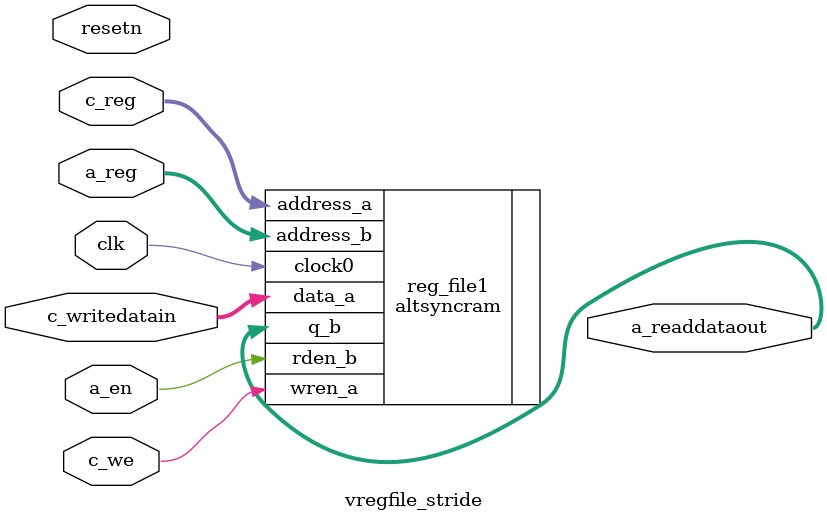
<source format=v>
/****************************************************************************
          Stride Register File

   - Has one read port (a) and one write port (c)
****************************************************************************/
module vregfile_stride (
    clk,
    resetn, 

    a_reg, 
    a_en, 
    a_readdataout,

    c_reg, 
    c_writedatain, 
    c_we
    );

parameter WIDTH=32;
parameter NUMREGS=8;
parameter LOG2NUMREGS=3;

input clk;
input resetn;

input a_en;
input [LOG2NUMREGS-1:0] a_reg,c_reg;
output [WIDTH-1:0] a_readdataout;
input [WIDTH-1:0] c_writedatain;
input c_we;

`ifdef USE_INHOUSE_LOGIC
        dpram reg_file1(
	    .clk(clk),
	    .address_a(c_reg[LOG2NUMREGS-1:0]),
	    .address_b(a_reg[LOG2NUMREGS-1:0]),
	    .wren_a(c_we),
	    .wren_b(1'b0),
	    .data_a(c_writedatain),
	    .data_b(0),
	    .out_a(),
	    .out_b(a_readdataout)
        );
        defparam
            reg_file1.AWIDTH=LOG2NUMREGS,
            reg_file1.NUM_WORDS=NUMREGS,
            reg_file1.DWIDTH=WIDTH;
 `else
	altsyncram	reg_file1(
				.wren_a (c_we),
				.clock0 (clk),
				.address_a (c_reg[LOG2NUMREGS-1:0]),
				.data_a (c_writedatain),
        .rden_b(a_en),
				.address_b (a_reg[LOG2NUMREGS-1:0]),
				.q_b (a_readdataout)
        // synopsys translate_off
        ,
        .aclr0 (1'b0),
        .aclr1 (1'b0),
        .byteena_a (1'b1),
        .byteena_b (1'b1),
        .data_b (32'b11111111),
        .wren_b (1'b0),
        .clock1 (1'b0),
        .clocken1 (1'b0),
        .q_a (),
        .clocken0 (1'b1),
        .addressstall_a (1'b0),
        .addressstall_b (1'b0)
        // synopsys translate_on
    );
	defparam
		reg_file1.operation_mode = "DUAL_PORT",
		reg_file1.width_a = WIDTH,
		reg_file1.widthad_a = LOG2NUMREGS,
		reg_file1.numwords_a = NUMREGS,
		reg_file1.width_b = WIDTH,
		reg_file1.widthad_b = LOG2NUMREGS,
		reg_file1.numwords_b = NUMREGS,
		reg_file1.lpm_type = "altsyncram",
		reg_file1.width_byteena_a = 1,
		reg_file1.outdata_reg_b = "UNREGISTERED",
		reg_file1.indata_aclr_a = "NONE",
		reg_file1.wrcontrol_aclr_a = "NONE",
		reg_file1.address_aclr_a = "NONE",
		reg_file1.rdcontrol_reg_b = "CLOCK0",
		reg_file1.address_reg_b = "CLOCK0",
		reg_file1.address_aclr_b = "NONE",
		reg_file1.outdata_aclr_b = "NONE",
		reg_file1.read_during_write_mode_mixed_ports = "OLD_DATA",
		reg_file1.ram_block_type = "AUTO",
		reg_file1.intended_device_family = "Stratix";
`endif
endmodule


</source>
